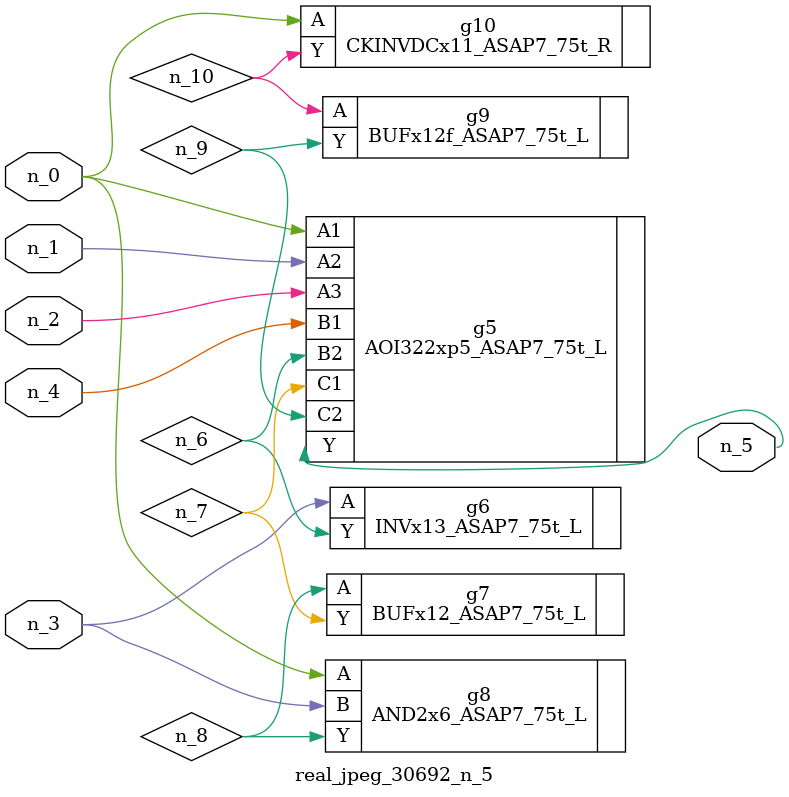
<source format=v>
module real_jpeg_30692_n_5 (n_4, n_0, n_1, n_2, n_3, n_5);

input n_4;
input n_0;
input n_1;
input n_2;
input n_3;

output n_5;

wire n_8;
wire n_6;
wire n_7;
wire n_10;
wire n_9;

AOI322xp5_ASAP7_75t_L g5 ( 
.A1(n_0),
.A2(n_1),
.A3(n_2),
.B1(n_4),
.B2(n_6),
.C1(n_7),
.C2(n_9),
.Y(n_5)
);

AND2x6_ASAP7_75t_L g8 ( 
.A(n_0),
.B(n_3),
.Y(n_8)
);

CKINVDCx11_ASAP7_75t_R g10 ( 
.A(n_0),
.Y(n_10)
);

INVx13_ASAP7_75t_L g6 ( 
.A(n_3),
.Y(n_6)
);

BUFx12_ASAP7_75t_L g7 ( 
.A(n_8),
.Y(n_7)
);

BUFx12f_ASAP7_75t_L g9 ( 
.A(n_10),
.Y(n_9)
);


endmodule
</source>
